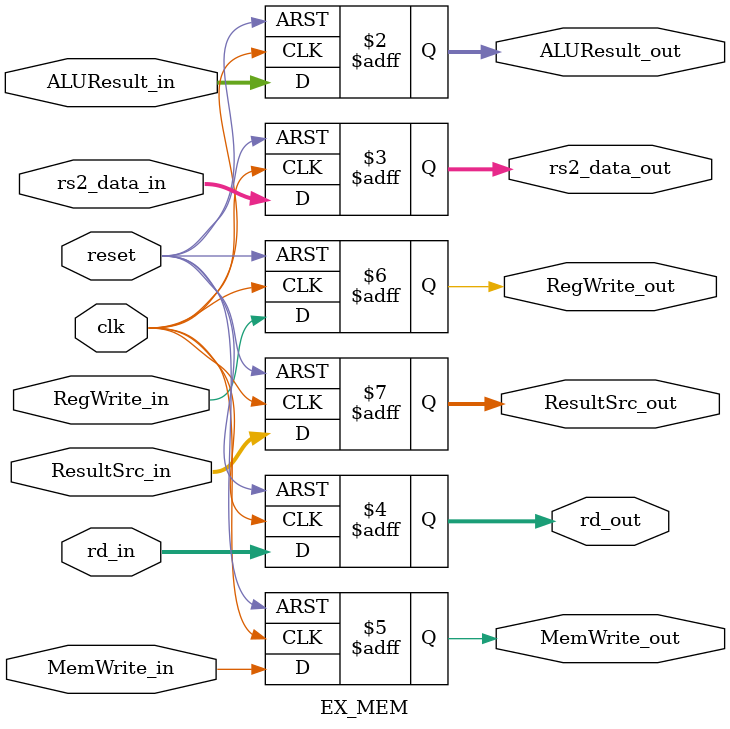
<source format=v>
module EX_MEM (
    input clk,
    input reset,

    input [31:0] ALUResult_in,
    input [31:0] rs2_data_in,
    input [4:0] rd_in,

    input MemWrite_in,
    input RegWrite_in,
    input [1:0] ResultSrc_in,

    output reg [31:0] ALUResult_out,
    output reg [31:0] rs2_data_out,
    output reg [4:0] rd_out,

    output reg MemWrite_out,
    output reg RegWrite_out,
    output reg [1:0] ResultSrc_out
);

    always @(posedge clk or posedge reset) begin
        if (reset) begin
            ALUResult_out <= 0;
            rs2_data_out <= 0;
            rd_out <= 0;

            MemWrite_out <= 0;
            RegWrite_out <= 0;
            ResultSrc_out <= 0;
        end else begin
            ALUResult_out <= ALUResult_in;
            rs2_data_out <= rs2_data_in;
            rd_out <= rd_in;

            MemWrite_out <= MemWrite_in;
            RegWrite_out <= RegWrite_in;
            ResultSrc_out <= ResultSrc_in;
        end
    end

endmodule

</source>
